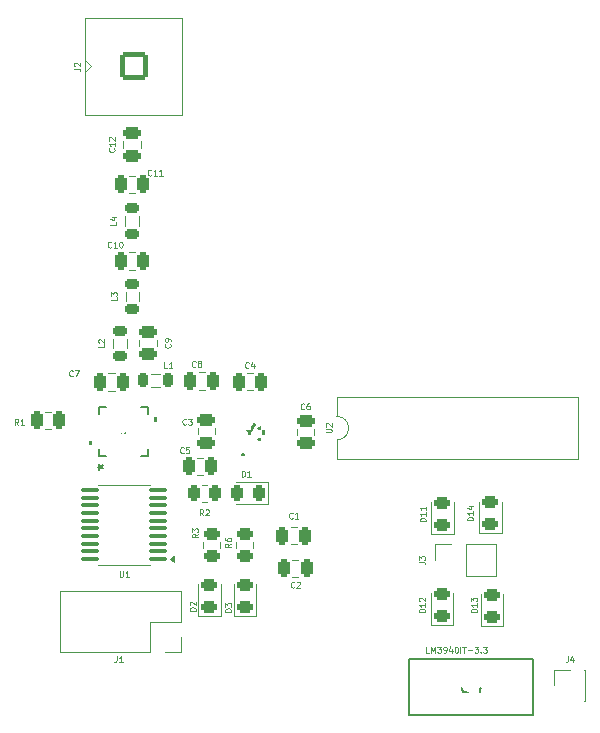
<source format=gbr>
%TF.GenerationSoftware,KiCad,Pcbnew,8.0.4*%
%TF.CreationDate,2024-10-15T15:40:35-05:00*%
%TF.ProjectId,verification_unit,76657269-6669-4636-9174-696f6e5f756e,rev?*%
%TF.SameCoordinates,Original*%
%TF.FileFunction,Legend,Top*%
%TF.FilePolarity,Positive*%
%FSLAX46Y46*%
G04 Gerber Fmt 4.6, Leading zero omitted, Abs format (unit mm)*
G04 Created by KiCad (PCBNEW 8.0.4) date 2024-10-15 15:40:35*
%MOMM*%
%LPD*%
G01*
G04 APERTURE LIST*
G04 Aperture macros list*
%AMRoundRect*
0 Rectangle with rounded corners*
0 $1 Rounding radius*
0 $2 $3 $4 $5 $6 $7 $8 $9 X,Y pos of 4 corners*
0 Add a 4 corners polygon primitive as box body*
4,1,4,$2,$3,$4,$5,$6,$7,$8,$9,$2,$3,0*
0 Add four circle primitives for the rounded corners*
1,1,$1+$1,$2,$3*
1,1,$1+$1,$4,$5*
1,1,$1+$1,$6,$7*
1,1,$1+$1,$8,$9*
0 Add four rect primitives between the rounded corners*
20,1,$1+$1,$2,$3,$4,$5,0*
20,1,$1+$1,$4,$5,$6,$7,0*
20,1,$1+$1,$6,$7,$8,$9,0*
20,1,$1+$1,$8,$9,$2,$3,0*%
G04 Aperture macros list end*
%ADD10C,0.254000*%
%ADD11C,0.125000*%
%ADD12C,0.150000*%
%ADD13C,0.200000*%
%ADD14C,0.120000*%
%ADD15C,0.152400*%
%ADD16C,0.000000*%
%ADD17R,1.400000X1.200000*%
%ADD18RoundRect,0.243750X0.456250X-0.243750X0.456250X0.243750X-0.456250X0.243750X-0.456250X-0.243750X0*%
%ADD19RoundRect,0.250000X0.475000X-0.250000X0.475000X0.250000X-0.475000X0.250000X-0.475000X-0.250000X0*%
%ADD20R,1.700000X1.700000*%
%ADD21O,1.700000X1.700000*%
%ADD22RoundRect,0.100000X0.637500X0.100000X-0.637500X0.100000X-0.637500X-0.100000X0.637500X-0.100000X0*%
%ADD23R,0.304800X0.952500*%
%ADD24R,0.952500X0.304800*%
%ADD25C,0.508000*%
%ADD26RoundRect,0.250000X-0.250000X-0.475000X0.250000X-0.475000X0.250000X0.475000X-0.250000X0.475000X0*%
%ADD27R,1.600000X1.600000*%
%ADD28O,1.600000X1.600000*%
%ADD29RoundRect,0.250000X0.250000X0.475000X-0.250000X0.475000X-0.250000X-0.475000X0.250000X-0.475000X0*%
%ADD30RoundRect,0.250000X0.262500X0.450000X-0.262500X0.450000X-0.262500X-0.450000X0.262500X-0.450000X0*%
%ADD31R,1.879600X1.879600*%
%ADD32C,1.879600*%
%ADD33RoundRect,0.200100X-0.949900X-0.949900X0.949900X-0.949900X0.949900X0.949900X-0.949900X0.949900X0*%
%ADD34C,2.500000*%
%ADD35RoundRect,0.250000X-0.475000X0.250000X-0.475000X-0.250000X0.475000X-0.250000X0.475000X0.250000X0*%
%ADD36RoundRect,0.218750X0.381250X-0.218750X0.381250X0.218750X-0.381250X0.218750X-0.381250X-0.218750X0*%
%ADD37RoundRect,0.250000X0.450000X-0.262500X0.450000X0.262500X-0.450000X0.262500X-0.450000X-0.262500X0*%
%ADD38RoundRect,0.218750X0.218750X0.381250X-0.218750X0.381250X-0.218750X-0.381250X0.218750X-0.381250X0*%
%ADD39RoundRect,0.243750X0.243750X0.456250X-0.243750X0.456250X-0.243750X-0.456250X0.243750X-0.456250X0*%
G04 APERTURE END LIST*
D10*
X137133889Y-98730907D02*
X137133889Y-99335669D01*
X136710556Y-98065669D02*
X137133889Y-98730907D01*
X137133889Y-98730907D02*
X137557223Y-98065669D01*
X138645794Y-99335669D02*
X137920079Y-99335669D01*
X138282936Y-99335669D02*
X138282936Y-98065669D01*
X138282936Y-98065669D02*
X138161984Y-98247097D01*
X138161984Y-98247097D02*
X138041032Y-98368050D01*
X138041032Y-98368050D02*
X137920079Y-98428526D01*
D11*
X152093460Y-106303493D02*
X151593460Y-106303493D01*
X151593460Y-106303493D02*
X151593460Y-106184445D01*
X151593460Y-106184445D02*
X151617270Y-106113017D01*
X151617270Y-106113017D02*
X151664889Y-106065398D01*
X151664889Y-106065398D02*
X151712508Y-106041588D01*
X151712508Y-106041588D02*
X151807746Y-106017779D01*
X151807746Y-106017779D02*
X151879174Y-106017779D01*
X151879174Y-106017779D02*
X151974412Y-106041588D01*
X151974412Y-106041588D02*
X152022031Y-106065398D01*
X152022031Y-106065398D02*
X152069651Y-106113017D01*
X152069651Y-106113017D02*
X152093460Y-106184445D01*
X152093460Y-106184445D02*
X152093460Y-106303493D01*
X152093460Y-105541588D02*
X152093460Y-105827302D01*
X152093460Y-105684445D02*
X151593460Y-105684445D01*
X151593460Y-105684445D02*
X151664889Y-105732064D01*
X151664889Y-105732064D02*
X151712508Y-105779683D01*
X151712508Y-105779683D02*
X151736317Y-105827302D01*
X152093460Y-105065398D02*
X152093460Y-105351112D01*
X152093460Y-105208255D02*
X151593460Y-105208255D01*
X151593460Y-105208255D02*
X151664889Y-105255874D01*
X151664889Y-105255874D02*
X151712508Y-105303493D01*
X151712508Y-105303493D02*
X151736317Y-105351112D01*
X125725841Y-74727779D02*
X125749651Y-74751588D01*
X125749651Y-74751588D02*
X125773460Y-74823017D01*
X125773460Y-74823017D02*
X125773460Y-74870636D01*
X125773460Y-74870636D02*
X125749651Y-74942064D01*
X125749651Y-74942064D02*
X125702031Y-74989683D01*
X125702031Y-74989683D02*
X125654412Y-75013493D01*
X125654412Y-75013493D02*
X125559174Y-75037302D01*
X125559174Y-75037302D02*
X125487746Y-75037302D01*
X125487746Y-75037302D02*
X125392508Y-75013493D01*
X125392508Y-75013493D02*
X125344889Y-74989683D01*
X125344889Y-74989683D02*
X125297270Y-74942064D01*
X125297270Y-74942064D02*
X125273460Y-74870636D01*
X125273460Y-74870636D02*
X125273460Y-74823017D01*
X125273460Y-74823017D02*
X125297270Y-74751588D01*
X125297270Y-74751588D02*
X125321079Y-74727779D01*
X125773460Y-74251588D02*
X125773460Y-74537302D01*
X125773460Y-74394445D02*
X125273460Y-74394445D01*
X125273460Y-74394445D02*
X125344889Y-74442064D01*
X125344889Y-74442064D02*
X125392508Y-74489683D01*
X125392508Y-74489683D02*
X125416317Y-74537302D01*
X125321079Y-74061112D02*
X125297270Y-74037303D01*
X125297270Y-74037303D02*
X125273460Y-73989684D01*
X125273460Y-73989684D02*
X125273460Y-73870636D01*
X125273460Y-73870636D02*
X125297270Y-73823017D01*
X125297270Y-73823017D02*
X125321079Y-73799208D01*
X125321079Y-73799208D02*
X125368698Y-73775398D01*
X125368698Y-73775398D02*
X125416317Y-73775398D01*
X125416317Y-73775398D02*
X125487746Y-73799208D01*
X125487746Y-73799208D02*
X125773460Y-74084922D01*
X125773460Y-74084922D02*
X125773460Y-73775398D01*
X156424809Y-114007142D02*
X155924809Y-114007142D01*
X155924809Y-114007142D02*
X155924809Y-113888094D01*
X155924809Y-113888094D02*
X155948619Y-113816666D01*
X155948619Y-113816666D02*
X155996238Y-113769047D01*
X155996238Y-113769047D02*
X156043857Y-113745237D01*
X156043857Y-113745237D02*
X156139095Y-113721428D01*
X156139095Y-113721428D02*
X156210523Y-113721428D01*
X156210523Y-113721428D02*
X156305761Y-113745237D01*
X156305761Y-113745237D02*
X156353380Y-113769047D01*
X156353380Y-113769047D02*
X156401000Y-113816666D01*
X156401000Y-113816666D02*
X156424809Y-113888094D01*
X156424809Y-113888094D02*
X156424809Y-114007142D01*
X156424809Y-113245237D02*
X156424809Y-113530951D01*
X156424809Y-113388094D02*
X155924809Y-113388094D01*
X155924809Y-113388094D02*
X155996238Y-113435713D01*
X155996238Y-113435713D02*
X156043857Y-113483332D01*
X156043857Y-113483332D02*
X156067666Y-113530951D01*
X155924809Y-113078571D02*
X155924809Y-112769047D01*
X155924809Y-112769047D02*
X156115285Y-112935714D01*
X156115285Y-112935714D02*
X156115285Y-112864285D01*
X156115285Y-112864285D02*
X156139095Y-112816666D01*
X156139095Y-112816666D02*
X156162904Y-112792857D01*
X156162904Y-112792857D02*
X156210523Y-112769047D01*
X156210523Y-112769047D02*
X156329571Y-112769047D01*
X156329571Y-112769047D02*
X156377190Y-112792857D01*
X156377190Y-112792857D02*
X156401000Y-112816666D01*
X156401000Y-112816666D02*
X156424809Y-112864285D01*
X156424809Y-112864285D02*
X156424809Y-113007142D01*
X156424809Y-113007142D02*
X156401000Y-113054761D01*
X156401000Y-113054761D02*
X156377190Y-113078571D01*
X151524809Y-109753017D02*
X151881952Y-109753017D01*
X151881952Y-109753017D02*
X151953380Y-109776826D01*
X151953380Y-109776826D02*
X152001000Y-109824445D01*
X152001000Y-109824445D02*
X152024809Y-109895874D01*
X152024809Y-109895874D02*
X152024809Y-109943493D01*
X151524809Y-109562541D02*
X151524809Y-109253017D01*
X151524809Y-109253017D02*
X151715285Y-109419684D01*
X151715285Y-109419684D02*
X151715285Y-109348255D01*
X151715285Y-109348255D02*
X151739095Y-109300636D01*
X151739095Y-109300636D02*
X151762904Y-109276827D01*
X151762904Y-109276827D02*
X151810523Y-109253017D01*
X151810523Y-109253017D02*
X151929571Y-109253017D01*
X151929571Y-109253017D02*
X151977190Y-109276827D01*
X151977190Y-109276827D02*
X152001000Y-109300636D01*
X152001000Y-109300636D02*
X152024809Y-109348255D01*
X152024809Y-109348255D02*
X152024809Y-109491112D01*
X152024809Y-109491112D02*
X152001000Y-109538731D01*
X152001000Y-109538731D02*
X151977190Y-109562541D01*
X126190198Y-110501160D02*
X126190198Y-110905922D01*
X126190198Y-110905922D02*
X126214008Y-110953541D01*
X126214008Y-110953541D02*
X126237817Y-110977351D01*
X126237817Y-110977351D02*
X126285436Y-111001160D01*
X126285436Y-111001160D02*
X126380674Y-111001160D01*
X126380674Y-111001160D02*
X126428293Y-110977351D01*
X126428293Y-110977351D02*
X126452103Y-110953541D01*
X126452103Y-110953541D02*
X126475912Y-110905922D01*
X126475912Y-110905922D02*
X126475912Y-110501160D01*
X126975913Y-111001160D02*
X126690199Y-111001160D01*
X126833056Y-111001160D02*
X126833056Y-110501160D01*
X126833056Y-110501160D02*
X126785437Y-110572589D01*
X126785437Y-110572589D02*
X126737818Y-110620208D01*
X126737818Y-110620208D02*
X126690199Y-110644017D01*
X125933333Y-117724809D02*
X125933333Y-118081952D01*
X125933333Y-118081952D02*
X125909524Y-118153380D01*
X125909524Y-118153380D02*
X125861905Y-118201000D01*
X125861905Y-118201000D02*
X125790476Y-118224809D01*
X125790476Y-118224809D02*
X125742857Y-118224809D01*
X126433333Y-118224809D02*
X126147619Y-118224809D01*
X126290476Y-118224809D02*
X126290476Y-117724809D01*
X126290476Y-117724809D02*
X126242857Y-117796238D01*
X126242857Y-117796238D02*
X126195238Y-117843857D01*
X126195238Y-117843857D02*
X126147619Y-117867666D01*
D12*
X125943469Y-99431905D02*
X126752992Y-99431905D01*
X126752992Y-99431905D02*
X126848230Y-99384286D01*
X126848230Y-99384286D02*
X126895850Y-99336667D01*
X126895850Y-99336667D02*
X126943469Y-99241429D01*
X126943469Y-99241429D02*
X126943469Y-99050953D01*
X126943469Y-99050953D02*
X126895850Y-98955715D01*
X126895850Y-98955715D02*
X126848230Y-98908096D01*
X126848230Y-98908096D02*
X126752992Y-98860477D01*
X126752992Y-98860477D02*
X125943469Y-98860477D01*
X125943469Y-98479524D02*
X125943469Y-97860477D01*
X125943469Y-97860477D02*
X126324421Y-98193810D01*
X126324421Y-98193810D02*
X126324421Y-98050953D01*
X126324421Y-98050953D02*
X126372040Y-97955715D01*
X126372040Y-97955715D02*
X126419659Y-97908096D01*
X126419659Y-97908096D02*
X126514897Y-97860477D01*
X126514897Y-97860477D02*
X126752992Y-97860477D01*
X126752992Y-97860477D02*
X126848230Y-97908096D01*
X126848230Y-97908096D02*
X126895850Y-97955715D01*
X126895850Y-97955715D02*
X126943469Y-98050953D01*
X126943469Y-98050953D02*
X126943469Y-98336667D01*
X126943469Y-98336667D02*
X126895850Y-98431905D01*
X126895850Y-98431905D02*
X126848230Y-98479524D01*
X124312469Y-101679900D02*
X124550564Y-101679900D01*
X124455326Y-101917995D02*
X124550564Y-101679900D01*
X124550564Y-101679900D02*
X124455326Y-101441805D01*
X124741040Y-101822757D02*
X124550564Y-101679900D01*
X124550564Y-101679900D02*
X124741040Y-101537043D01*
X124312469Y-101679900D02*
X124550564Y-101679900D01*
X124455326Y-101917995D02*
X124550564Y-101679900D01*
X124550564Y-101679900D02*
X124455326Y-101441805D01*
X124741040Y-101822757D02*
X124550564Y-101679900D01*
X124550564Y-101679900D02*
X124741040Y-101537043D01*
D11*
X137116666Y-93277190D02*
X137092857Y-93301000D01*
X137092857Y-93301000D02*
X137021428Y-93324809D01*
X137021428Y-93324809D02*
X136973809Y-93324809D01*
X136973809Y-93324809D02*
X136902381Y-93301000D01*
X136902381Y-93301000D02*
X136854762Y-93253380D01*
X136854762Y-93253380D02*
X136830952Y-93205761D01*
X136830952Y-93205761D02*
X136807143Y-93110523D01*
X136807143Y-93110523D02*
X136807143Y-93039095D01*
X136807143Y-93039095D02*
X136830952Y-92943857D01*
X136830952Y-92943857D02*
X136854762Y-92896238D01*
X136854762Y-92896238D02*
X136902381Y-92848619D01*
X136902381Y-92848619D02*
X136973809Y-92824809D01*
X136973809Y-92824809D02*
X137021428Y-92824809D01*
X137021428Y-92824809D02*
X137092857Y-92848619D01*
X137092857Y-92848619D02*
X137116666Y-92872428D01*
X137545238Y-92991476D02*
X137545238Y-93324809D01*
X137426190Y-92801000D02*
X137307143Y-93158142D01*
X137307143Y-93158142D02*
X137616666Y-93158142D01*
X143624809Y-98780952D02*
X144029571Y-98780952D01*
X144029571Y-98780952D02*
X144077190Y-98757142D01*
X144077190Y-98757142D02*
X144101000Y-98733333D01*
X144101000Y-98733333D02*
X144124809Y-98685714D01*
X144124809Y-98685714D02*
X144124809Y-98590476D01*
X144124809Y-98590476D02*
X144101000Y-98542857D01*
X144101000Y-98542857D02*
X144077190Y-98519047D01*
X144077190Y-98519047D02*
X144029571Y-98495238D01*
X144029571Y-98495238D02*
X143624809Y-98495238D01*
X143672428Y-98280951D02*
X143648619Y-98257142D01*
X143648619Y-98257142D02*
X143624809Y-98209523D01*
X143624809Y-98209523D02*
X143624809Y-98090475D01*
X143624809Y-98090475D02*
X143648619Y-98042856D01*
X143648619Y-98042856D02*
X143672428Y-98019047D01*
X143672428Y-98019047D02*
X143720047Y-97995237D01*
X143720047Y-97995237D02*
X143767666Y-97995237D01*
X143767666Y-97995237D02*
X143839095Y-98019047D01*
X143839095Y-98019047D02*
X144124809Y-98304761D01*
X144124809Y-98304761D02*
X144124809Y-97995237D01*
X132616666Y-93177190D02*
X132592857Y-93201000D01*
X132592857Y-93201000D02*
X132521428Y-93224809D01*
X132521428Y-93224809D02*
X132473809Y-93224809D01*
X132473809Y-93224809D02*
X132402381Y-93201000D01*
X132402381Y-93201000D02*
X132354762Y-93153380D01*
X132354762Y-93153380D02*
X132330952Y-93105761D01*
X132330952Y-93105761D02*
X132307143Y-93010523D01*
X132307143Y-93010523D02*
X132307143Y-92939095D01*
X132307143Y-92939095D02*
X132330952Y-92843857D01*
X132330952Y-92843857D02*
X132354762Y-92796238D01*
X132354762Y-92796238D02*
X132402381Y-92748619D01*
X132402381Y-92748619D02*
X132473809Y-92724809D01*
X132473809Y-92724809D02*
X132521428Y-92724809D01*
X132521428Y-92724809D02*
X132592857Y-92748619D01*
X132592857Y-92748619D02*
X132616666Y-92772428D01*
X132902381Y-92939095D02*
X132854762Y-92915285D01*
X132854762Y-92915285D02*
X132830952Y-92891476D01*
X132830952Y-92891476D02*
X132807143Y-92843857D01*
X132807143Y-92843857D02*
X132807143Y-92820047D01*
X132807143Y-92820047D02*
X132830952Y-92772428D01*
X132830952Y-92772428D02*
X132854762Y-92748619D01*
X132854762Y-92748619D02*
X132902381Y-92724809D01*
X132902381Y-92724809D02*
X132997619Y-92724809D01*
X132997619Y-92724809D02*
X133045238Y-92748619D01*
X133045238Y-92748619D02*
X133069047Y-92772428D01*
X133069047Y-92772428D02*
X133092857Y-92820047D01*
X133092857Y-92820047D02*
X133092857Y-92843857D01*
X133092857Y-92843857D02*
X133069047Y-92891476D01*
X133069047Y-92891476D02*
X133045238Y-92915285D01*
X133045238Y-92915285D02*
X132997619Y-92939095D01*
X132997619Y-92939095D02*
X132902381Y-92939095D01*
X132902381Y-92939095D02*
X132854762Y-92962904D01*
X132854762Y-92962904D02*
X132830952Y-92986714D01*
X132830952Y-92986714D02*
X132807143Y-93034333D01*
X132807143Y-93034333D02*
X132807143Y-93129571D01*
X132807143Y-93129571D02*
X132830952Y-93177190D01*
X132830952Y-93177190D02*
X132854762Y-93201000D01*
X132854762Y-93201000D02*
X132902381Y-93224809D01*
X132902381Y-93224809D02*
X132997619Y-93224809D01*
X132997619Y-93224809D02*
X133045238Y-93201000D01*
X133045238Y-93201000D02*
X133069047Y-93177190D01*
X133069047Y-93177190D02*
X133092857Y-93129571D01*
X133092857Y-93129571D02*
X133092857Y-93034333D01*
X133092857Y-93034333D02*
X133069047Y-92986714D01*
X133069047Y-92986714D02*
X133045238Y-92962904D01*
X133045238Y-92962904D02*
X132997619Y-92939095D01*
X117616666Y-98124809D02*
X117450000Y-97886714D01*
X117330952Y-98124809D02*
X117330952Y-97624809D01*
X117330952Y-97624809D02*
X117521428Y-97624809D01*
X117521428Y-97624809D02*
X117569047Y-97648619D01*
X117569047Y-97648619D02*
X117592857Y-97672428D01*
X117592857Y-97672428D02*
X117616666Y-97720047D01*
X117616666Y-97720047D02*
X117616666Y-97791476D01*
X117616666Y-97791476D02*
X117592857Y-97839095D01*
X117592857Y-97839095D02*
X117569047Y-97862904D01*
X117569047Y-97862904D02*
X117521428Y-97886714D01*
X117521428Y-97886714D02*
X117330952Y-97886714D01*
X118092857Y-98124809D02*
X117807143Y-98124809D01*
X117950000Y-98124809D02*
X117950000Y-97624809D01*
X117950000Y-97624809D02*
X117902381Y-97696238D01*
X117902381Y-97696238D02*
X117854762Y-97743857D01*
X117854762Y-97743857D02*
X117807143Y-97767666D01*
X125478571Y-83077190D02*
X125454762Y-83101000D01*
X125454762Y-83101000D02*
X125383333Y-83124809D01*
X125383333Y-83124809D02*
X125335714Y-83124809D01*
X125335714Y-83124809D02*
X125264286Y-83101000D01*
X125264286Y-83101000D02*
X125216667Y-83053380D01*
X125216667Y-83053380D02*
X125192857Y-83005761D01*
X125192857Y-83005761D02*
X125169048Y-82910523D01*
X125169048Y-82910523D02*
X125169048Y-82839095D01*
X125169048Y-82839095D02*
X125192857Y-82743857D01*
X125192857Y-82743857D02*
X125216667Y-82696238D01*
X125216667Y-82696238D02*
X125264286Y-82648619D01*
X125264286Y-82648619D02*
X125335714Y-82624809D01*
X125335714Y-82624809D02*
X125383333Y-82624809D01*
X125383333Y-82624809D02*
X125454762Y-82648619D01*
X125454762Y-82648619D02*
X125478571Y-82672428D01*
X125954762Y-83124809D02*
X125669048Y-83124809D01*
X125811905Y-83124809D02*
X125811905Y-82624809D01*
X125811905Y-82624809D02*
X125764286Y-82696238D01*
X125764286Y-82696238D02*
X125716667Y-82743857D01*
X125716667Y-82743857D02*
X125669048Y-82767666D01*
X126264285Y-82624809D02*
X126311904Y-82624809D01*
X126311904Y-82624809D02*
X126359523Y-82648619D01*
X126359523Y-82648619D02*
X126383333Y-82672428D01*
X126383333Y-82672428D02*
X126407142Y-82720047D01*
X126407142Y-82720047D02*
X126430952Y-82815285D01*
X126430952Y-82815285D02*
X126430952Y-82934333D01*
X126430952Y-82934333D02*
X126407142Y-83029571D01*
X126407142Y-83029571D02*
X126383333Y-83077190D01*
X126383333Y-83077190D02*
X126359523Y-83101000D01*
X126359523Y-83101000D02*
X126311904Y-83124809D01*
X126311904Y-83124809D02*
X126264285Y-83124809D01*
X126264285Y-83124809D02*
X126216666Y-83101000D01*
X126216666Y-83101000D02*
X126192857Y-83077190D01*
X126192857Y-83077190D02*
X126169047Y-83029571D01*
X126169047Y-83029571D02*
X126145238Y-82934333D01*
X126145238Y-82934333D02*
X126145238Y-82815285D01*
X126145238Y-82815285D02*
X126169047Y-82720047D01*
X126169047Y-82720047D02*
X126192857Y-82672428D01*
X126192857Y-82672428D02*
X126216666Y-82648619D01*
X126216666Y-82648619D02*
X126264285Y-82624809D01*
X122216666Y-93977190D02*
X122192857Y-94001000D01*
X122192857Y-94001000D02*
X122121428Y-94024809D01*
X122121428Y-94024809D02*
X122073809Y-94024809D01*
X122073809Y-94024809D02*
X122002381Y-94001000D01*
X122002381Y-94001000D02*
X121954762Y-93953380D01*
X121954762Y-93953380D02*
X121930952Y-93905761D01*
X121930952Y-93905761D02*
X121907143Y-93810523D01*
X121907143Y-93810523D02*
X121907143Y-93739095D01*
X121907143Y-93739095D02*
X121930952Y-93643857D01*
X121930952Y-93643857D02*
X121954762Y-93596238D01*
X121954762Y-93596238D02*
X122002381Y-93548619D01*
X122002381Y-93548619D02*
X122073809Y-93524809D01*
X122073809Y-93524809D02*
X122121428Y-93524809D01*
X122121428Y-93524809D02*
X122192857Y-93548619D01*
X122192857Y-93548619D02*
X122216666Y-93572428D01*
X122383333Y-93524809D02*
X122716666Y-93524809D01*
X122716666Y-93524809D02*
X122502381Y-94024809D01*
X133277817Y-105796160D02*
X133111151Y-105558065D01*
X132992103Y-105796160D02*
X132992103Y-105296160D01*
X132992103Y-105296160D02*
X133182579Y-105296160D01*
X133182579Y-105296160D02*
X133230198Y-105319970D01*
X133230198Y-105319970D02*
X133254008Y-105343779D01*
X133254008Y-105343779D02*
X133277817Y-105391398D01*
X133277817Y-105391398D02*
X133277817Y-105462827D01*
X133277817Y-105462827D02*
X133254008Y-105510446D01*
X133254008Y-105510446D02*
X133230198Y-105534255D01*
X133230198Y-105534255D02*
X133182579Y-105558065D01*
X133182579Y-105558065D02*
X132992103Y-105558065D01*
X133468294Y-105343779D02*
X133492103Y-105319970D01*
X133492103Y-105319970D02*
X133539722Y-105296160D01*
X133539722Y-105296160D02*
X133658770Y-105296160D01*
X133658770Y-105296160D02*
X133706389Y-105319970D01*
X133706389Y-105319970D02*
X133730198Y-105343779D01*
X133730198Y-105343779D02*
X133754008Y-105391398D01*
X133754008Y-105391398D02*
X133754008Y-105439017D01*
X133754008Y-105439017D02*
X133730198Y-105510446D01*
X133730198Y-105510446D02*
X133444484Y-105796160D01*
X133444484Y-105796160D02*
X133754008Y-105796160D01*
X140985317Y-111877190D02*
X140961508Y-111901000D01*
X140961508Y-111901000D02*
X140890079Y-111924809D01*
X140890079Y-111924809D02*
X140842460Y-111924809D01*
X140842460Y-111924809D02*
X140771032Y-111901000D01*
X140771032Y-111901000D02*
X140723413Y-111853380D01*
X140723413Y-111853380D02*
X140699603Y-111805761D01*
X140699603Y-111805761D02*
X140675794Y-111710523D01*
X140675794Y-111710523D02*
X140675794Y-111639095D01*
X140675794Y-111639095D02*
X140699603Y-111543857D01*
X140699603Y-111543857D02*
X140723413Y-111496238D01*
X140723413Y-111496238D02*
X140771032Y-111448619D01*
X140771032Y-111448619D02*
X140842460Y-111424809D01*
X140842460Y-111424809D02*
X140890079Y-111424809D01*
X140890079Y-111424809D02*
X140961508Y-111448619D01*
X140961508Y-111448619D02*
X140985317Y-111472428D01*
X141175794Y-111472428D02*
X141199603Y-111448619D01*
X141199603Y-111448619D02*
X141247222Y-111424809D01*
X141247222Y-111424809D02*
X141366270Y-111424809D01*
X141366270Y-111424809D02*
X141413889Y-111448619D01*
X141413889Y-111448619D02*
X141437698Y-111472428D01*
X141437698Y-111472428D02*
X141461508Y-111520047D01*
X141461508Y-111520047D02*
X141461508Y-111567666D01*
X141461508Y-111567666D02*
X141437698Y-111639095D01*
X141437698Y-111639095D02*
X141151984Y-111924809D01*
X141151984Y-111924809D02*
X141461508Y-111924809D01*
D12*
X155186746Y-119776170D02*
X155186746Y-120585693D01*
X155186746Y-120585693D02*
X155234365Y-120680931D01*
X155234365Y-120680931D02*
X155281984Y-120728551D01*
X155281984Y-120728551D02*
X155377222Y-120776170D01*
X155377222Y-120776170D02*
X155567698Y-120776170D01*
X155567698Y-120776170D02*
X155662936Y-120728551D01*
X155662936Y-120728551D02*
X155710555Y-120680931D01*
X155710555Y-120680931D02*
X155758174Y-120585693D01*
X155758174Y-120585693D02*
X155758174Y-119776170D01*
X156662936Y-120109503D02*
X156662936Y-120776170D01*
X156424841Y-119728551D02*
X156186746Y-120442836D01*
X156186746Y-120442836D02*
X156805793Y-120442836D01*
D11*
X152402382Y-117424809D02*
X152164287Y-117424809D01*
X152164287Y-117424809D02*
X152164287Y-116924809D01*
X152569049Y-117424809D02*
X152569049Y-116924809D01*
X152569049Y-116924809D02*
X152735716Y-117281952D01*
X152735716Y-117281952D02*
X152902382Y-116924809D01*
X152902382Y-116924809D02*
X152902382Y-117424809D01*
X153092859Y-116924809D02*
X153402383Y-116924809D01*
X153402383Y-116924809D02*
X153235716Y-117115285D01*
X153235716Y-117115285D02*
X153307145Y-117115285D01*
X153307145Y-117115285D02*
X153354764Y-117139095D01*
X153354764Y-117139095D02*
X153378573Y-117162904D01*
X153378573Y-117162904D02*
X153402383Y-117210523D01*
X153402383Y-117210523D02*
X153402383Y-117329571D01*
X153402383Y-117329571D02*
X153378573Y-117377190D01*
X153378573Y-117377190D02*
X153354764Y-117401000D01*
X153354764Y-117401000D02*
X153307145Y-117424809D01*
X153307145Y-117424809D02*
X153164288Y-117424809D01*
X153164288Y-117424809D02*
X153116669Y-117401000D01*
X153116669Y-117401000D02*
X153092859Y-117377190D01*
X153640478Y-117424809D02*
X153735716Y-117424809D01*
X153735716Y-117424809D02*
X153783335Y-117401000D01*
X153783335Y-117401000D02*
X153807144Y-117377190D01*
X153807144Y-117377190D02*
X153854763Y-117305761D01*
X153854763Y-117305761D02*
X153878573Y-117210523D01*
X153878573Y-117210523D02*
X153878573Y-117020047D01*
X153878573Y-117020047D02*
X153854763Y-116972428D01*
X153854763Y-116972428D02*
X153830954Y-116948619D01*
X153830954Y-116948619D02*
X153783335Y-116924809D01*
X153783335Y-116924809D02*
X153688097Y-116924809D01*
X153688097Y-116924809D02*
X153640478Y-116948619D01*
X153640478Y-116948619D02*
X153616668Y-116972428D01*
X153616668Y-116972428D02*
X153592859Y-117020047D01*
X153592859Y-117020047D02*
X153592859Y-117139095D01*
X153592859Y-117139095D02*
X153616668Y-117186714D01*
X153616668Y-117186714D02*
X153640478Y-117210523D01*
X153640478Y-117210523D02*
X153688097Y-117234333D01*
X153688097Y-117234333D02*
X153783335Y-117234333D01*
X153783335Y-117234333D02*
X153830954Y-117210523D01*
X153830954Y-117210523D02*
X153854763Y-117186714D01*
X153854763Y-117186714D02*
X153878573Y-117139095D01*
X154307144Y-117091476D02*
X154307144Y-117424809D01*
X154188096Y-116901000D02*
X154069049Y-117258142D01*
X154069049Y-117258142D02*
X154378572Y-117258142D01*
X154664286Y-116924809D02*
X154711905Y-116924809D01*
X154711905Y-116924809D02*
X154759524Y-116948619D01*
X154759524Y-116948619D02*
X154783334Y-116972428D01*
X154783334Y-116972428D02*
X154807143Y-117020047D01*
X154807143Y-117020047D02*
X154830953Y-117115285D01*
X154830953Y-117115285D02*
X154830953Y-117234333D01*
X154830953Y-117234333D02*
X154807143Y-117329571D01*
X154807143Y-117329571D02*
X154783334Y-117377190D01*
X154783334Y-117377190D02*
X154759524Y-117401000D01*
X154759524Y-117401000D02*
X154711905Y-117424809D01*
X154711905Y-117424809D02*
X154664286Y-117424809D01*
X154664286Y-117424809D02*
X154616667Y-117401000D01*
X154616667Y-117401000D02*
X154592858Y-117377190D01*
X154592858Y-117377190D02*
X154569048Y-117329571D01*
X154569048Y-117329571D02*
X154545239Y-117234333D01*
X154545239Y-117234333D02*
X154545239Y-117115285D01*
X154545239Y-117115285D02*
X154569048Y-117020047D01*
X154569048Y-117020047D02*
X154592858Y-116972428D01*
X154592858Y-116972428D02*
X154616667Y-116948619D01*
X154616667Y-116948619D02*
X154664286Y-116924809D01*
X155045238Y-117424809D02*
X155045238Y-116924809D01*
X155211905Y-116924809D02*
X155497619Y-116924809D01*
X155354762Y-117424809D02*
X155354762Y-116924809D01*
X155664285Y-117234333D02*
X156045238Y-117234333D01*
X156235714Y-116924809D02*
X156545238Y-116924809D01*
X156545238Y-116924809D02*
X156378571Y-117115285D01*
X156378571Y-117115285D02*
X156450000Y-117115285D01*
X156450000Y-117115285D02*
X156497619Y-117139095D01*
X156497619Y-117139095D02*
X156521428Y-117162904D01*
X156521428Y-117162904D02*
X156545238Y-117210523D01*
X156545238Y-117210523D02*
X156545238Y-117329571D01*
X156545238Y-117329571D02*
X156521428Y-117377190D01*
X156521428Y-117377190D02*
X156497619Y-117401000D01*
X156497619Y-117401000D02*
X156450000Y-117424809D01*
X156450000Y-117424809D02*
X156307143Y-117424809D01*
X156307143Y-117424809D02*
X156259524Y-117401000D01*
X156259524Y-117401000D02*
X156235714Y-117377190D01*
X156759523Y-117377190D02*
X156783333Y-117401000D01*
X156783333Y-117401000D02*
X156759523Y-117424809D01*
X156759523Y-117424809D02*
X156735714Y-117401000D01*
X156735714Y-117401000D02*
X156759523Y-117377190D01*
X156759523Y-117377190D02*
X156759523Y-117424809D01*
X156949999Y-116924809D02*
X157259523Y-116924809D01*
X157259523Y-116924809D02*
X157092856Y-117115285D01*
X157092856Y-117115285D02*
X157164285Y-117115285D01*
X157164285Y-117115285D02*
X157211904Y-117139095D01*
X157211904Y-117139095D02*
X157235713Y-117162904D01*
X157235713Y-117162904D02*
X157259523Y-117210523D01*
X157259523Y-117210523D02*
X157259523Y-117329571D01*
X157259523Y-117329571D02*
X157235713Y-117377190D01*
X157235713Y-117377190D02*
X157211904Y-117401000D01*
X157211904Y-117401000D02*
X157164285Y-117424809D01*
X157164285Y-117424809D02*
X157021428Y-117424809D01*
X157021428Y-117424809D02*
X156973809Y-117401000D01*
X156973809Y-117401000D02*
X156949999Y-117377190D01*
X122324809Y-67966666D02*
X122681952Y-67966666D01*
X122681952Y-67966666D02*
X122753380Y-67990475D01*
X122753380Y-67990475D02*
X122801000Y-68038094D01*
X122801000Y-68038094D02*
X122824809Y-68109523D01*
X122824809Y-68109523D02*
X122824809Y-68157142D01*
X122372428Y-67752380D02*
X122348619Y-67728571D01*
X122348619Y-67728571D02*
X122324809Y-67680952D01*
X122324809Y-67680952D02*
X122324809Y-67561904D01*
X122324809Y-67561904D02*
X122348619Y-67514285D01*
X122348619Y-67514285D02*
X122372428Y-67490476D01*
X122372428Y-67490476D02*
X122420047Y-67466666D01*
X122420047Y-67466666D02*
X122467666Y-67466666D01*
X122467666Y-67466666D02*
X122539095Y-67490476D01*
X122539095Y-67490476D02*
X122824809Y-67776190D01*
X122824809Y-67776190D02*
X122824809Y-67466666D01*
X131816666Y-98077190D02*
X131792857Y-98101000D01*
X131792857Y-98101000D02*
X131721428Y-98124809D01*
X131721428Y-98124809D02*
X131673809Y-98124809D01*
X131673809Y-98124809D02*
X131602381Y-98101000D01*
X131602381Y-98101000D02*
X131554762Y-98053380D01*
X131554762Y-98053380D02*
X131530952Y-98005761D01*
X131530952Y-98005761D02*
X131507143Y-97910523D01*
X131507143Y-97910523D02*
X131507143Y-97839095D01*
X131507143Y-97839095D02*
X131530952Y-97743857D01*
X131530952Y-97743857D02*
X131554762Y-97696238D01*
X131554762Y-97696238D02*
X131602381Y-97648619D01*
X131602381Y-97648619D02*
X131673809Y-97624809D01*
X131673809Y-97624809D02*
X131721428Y-97624809D01*
X131721428Y-97624809D02*
X131792857Y-97648619D01*
X131792857Y-97648619D02*
X131816666Y-97672428D01*
X131983333Y-97624809D02*
X132292857Y-97624809D01*
X132292857Y-97624809D02*
X132126190Y-97815285D01*
X132126190Y-97815285D02*
X132197619Y-97815285D01*
X132197619Y-97815285D02*
X132245238Y-97839095D01*
X132245238Y-97839095D02*
X132269047Y-97862904D01*
X132269047Y-97862904D02*
X132292857Y-97910523D01*
X132292857Y-97910523D02*
X132292857Y-98029571D01*
X132292857Y-98029571D02*
X132269047Y-98077190D01*
X132269047Y-98077190D02*
X132245238Y-98101000D01*
X132245238Y-98101000D02*
X132197619Y-98124809D01*
X132197619Y-98124809D02*
X132054762Y-98124809D01*
X132054762Y-98124809D02*
X132007143Y-98101000D01*
X132007143Y-98101000D02*
X131983333Y-98077190D01*
X132624809Y-113869047D02*
X132124809Y-113869047D01*
X132124809Y-113869047D02*
X132124809Y-113749999D01*
X132124809Y-113749999D02*
X132148619Y-113678571D01*
X132148619Y-113678571D02*
X132196238Y-113630952D01*
X132196238Y-113630952D02*
X132243857Y-113607142D01*
X132243857Y-113607142D02*
X132339095Y-113583333D01*
X132339095Y-113583333D02*
X132410523Y-113583333D01*
X132410523Y-113583333D02*
X132505761Y-113607142D01*
X132505761Y-113607142D02*
X132553380Y-113630952D01*
X132553380Y-113630952D02*
X132601000Y-113678571D01*
X132601000Y-113678571D02*
X132624809Y-113749999D01*
X132624809Y-113749999D02*
X132624809Y-113869047D01*
X132172428Y-113392856D02*
X132148619Y-113369047D01*
X132148619Y-113369047D02*
X132124809Y-113321428D01*
X132124809Y-113321428D02*
X132124809Y-113202380D01*
X132124809Y-113202380D02*
X132148619Y-113154761D01*
X132148619Y-113154761D02*
X132172428Y-113130952D01*
X132172428Y-113130952D02*
X132220047Y-113107142D01*
X132220047Y-113107142D02*
X132267666Y-113107142D01*
X132267666Y-113107142D02*
X132339095Y-113130952D01*
X132339095Y-113130952D02*
X132624809Y-113416666D01*
X132624809Y-113416666D02*
X132624809Y-113107142D01*
X125903460Y-80959684D02*
X125903460Y-81197779D01*
X125903460Y-81197779D02*
X125403460Y-81197779D01*
X125570127Y-80578731D02*
X125903460Y-80578731D01*
X125379651Y-80697779D02*
X125736793Y-80816826D01*
X125736793Y-80816826D02*
X125736793Y-80507303D01*
X128878571Y-76977190D02*
X128854762Y-77001000D01*
X128854762Y-77001000D02*
X128783333Y-77024809D01*
X128783333Y-77024809D02*
X128735714Y-77024809D01*
X128735714Y-77024809D02*
X128664286Y-77001000D01*
X128664286Y-77001000D02*
X128616667Y-76953380D01*
X128616667Y-76953380D02*
X128592857Y-76905761D01*
X128592857Y-76905761D02*
X128569048Y-76810523D01*
X128569048Y-76810523D02*
X128569048Y-76739095D01*
X128569048Y-76739095D02*
X128592857Y-76643857D01*
X128592857Y-76643857D02*
X128616667Y-76596238D01*
X128616667Y-76596238D02*
X128664286Y-76548619D01*
X128664286Y-76548619D02*
X128735714Y-76524809D01*
X128735714Y-76524809D02*
X128783333Y-76524809D01*
X128783333Y-76524809D02*
X128854762Y-76548619D01*
X128854762Y-76548619D02*
X128878571Y-76572428D01*
X129354762Y-77024809D02*
X129069048Y-77024809D01*
X129211905Y-77024809D02*
X129211905Y-76524809D01*
X129211905Y-76524809D02*
X129164286Y-76596238D01*
X129164286Y-76596238D02*
X129116667Y-76643857D01*
X129116667Y-76643857D02*
X129069048Y-76667666D01*
X129830952Y-77024809D02*
X129545238Y-77024809D01*
X129688095Y-77024809D02*
X129688095Y-76524809D01*
X129688095Y-76524809D02*
X129640476Y-76596238D01*
X129640476Y-76596238D02*
X129592857Y-76643857D01*
X129592857Y-76643857D02*
X129545238Y-76667666D01*
X131616666Y-100477190D02*
X131592857Y-100501000D01*
X131592857Y-100501000D02*
X131521428Y-100524809D01*
X131521428Y-100524809D02*
X131473809Y-100524809D01*
X131473809Y-100524809D02*
X131402381Y-100501000D01*
X131402381Y-100501000D02*
X131354762Y-100453380D01*
X131354762Y-100453380D02*
X131330952Y-100405761D01*
X131330952Y-100405761D02*
X131307143Y-100310523D01*
X131307143Y-100310523D02*
X131307143Y-100239095D01*
X131307143Y-100239095D02*
X131330952Y-100143857D01*
X131330952Y-100143857D02*
X131354762Y-100096238D01*
X131354762Y-100096238D02*
X131402381Y-100048619D01*
X131402381Y-100048619D02*
X131473809Y-100024809D01*
X131473809Y-100024809D02*
X131521428Y-100024809D01*
X131521428Y-100024809D02*
X131592857Y-100048619D01*
X131592857Y-100048619D02*
X131616666Y-100072428D01*
X132069047Y-100024809D02*
X131830952Y-100024809D01*
X131830952Y-100024809D02*
X131807143Y-100262904D01*
X131807143Y-100262904D02*
X131830952Y-100239095D01*
X131830952Y-100239095D02*
X131878571Y-100215285D01*
X131878571Y-100215285D02*
X131997619Y-100215285D01*
X131997619Y-100215285D02*
X132045238Y-100239095D01*
X132045238Y-100239095D02*
X132069047Y-100262904D01*
X132069047Y-100262904D02*
X132092857Y-100310523D01*
X132092857Y-100310523D02*
X132092857Y-100429571D01*
X132092857Y-100429571D02*
X132069047Y-100477190D01*
X132069047Y-100477190D02*
X132045238Y-100501000D01*
X132045238Y-100501000D02*
X131997619Y-100524809D01*
X131997619Y-100524809D02*
X131878571Y-100524809D01*
X131878571Y-100524809D02*
X131830952Y-100501000D01*
X131830952Y-100501000D02*
X131807143Y-100477190D01*
X124883460Y-91319684D02*
X124883460Y-91557779D01*
X124883460Y-91557779D02*
X124383460Y-91557779D01*
X124431079Y-91176826D02*
X124407270Y-91153017D01*
X124407270Y-91153017D02*
X124383460Y-91105398D01*
X124383460Y-91105398D02*
X124383460Y-90986350D01*
X124383460Y-90986350D02*
X124407270Y-90938731D01*
X124407270Y-90938731D02*
X124431079Y-90914922D01*
X124431079Y-90914922D02*
X124478698Y-90891112D01*
X124478698Y-90891112D02*
X124526317Y-90891112D01*
X124526317Y-90891112D02*
X124597746Y-90914922D01*
X124597746Y-90914922D02*
X124883460Y-91200636D01*
X124883460Y-91200636D02*
X124883460Y-90891112D01*
X125943460Y-87339684D02*
X125943460Y-87577779D01*
X125943460Y-87577779D02*
X125443460Y-87577779D01*
X125443460Y-87220636D02*
X125443460Y-86911112D01*
X125443460Y-86911112D02*
X125633936Y-87077779D01*
X125633936Y-87077779D02*
X125633936Y-87006350D01*
X125633936Y-87006350D02*
X125657746Y-86958731D01*
X125657746Y-86958731D02*
X125681555Y-86934922D01*
X125681555Y-86934922D02*
X125729174Y-86911112D01*
X125729174Y-86911112D02*
X125848222Y-86911112D01*
X125848222Y-86911112D02*
X125895841Y-86934922D01*
X125895841Y-86934922D02*
X125919651Y-86958731D01*
X125919651Y-86958731D02*
X125943460Y-87006350D01*
X125943460Y-87006350D02*
X125943460Y-87149207D01*
X125943460Y-87149207D02*
X125919651Y-87196826D01*
X125919651Y-87196826D02*
X125895841Y-87220636D01*
X156133460Y-106233493D02*
X155633460Y-106233493D01*
X155633460Y-106233493D02*
X155633460Y-106114445D01*
X155633460Y-106114445D02*
X155657270Y-106043017D01*
X155657270Y-106043017D02*
X155704889Y-105995398D01*
X155704889Y-105995398D02*
X155752508Y-105971588D01*
X155752508Y-105971588D02*
X155847746Y-105947779D01*
X155847746Y-105947779D02*
X155919174Y-105947779D01*
X155919174Y-105947779D02*
X156014412Y-105971588D01*
X156014412Y-105971588D02*
X156062031Y-105995398D01*
X156062031Y-105995398D02*
X156109651Y-106043017D01*
X156109651Y-106043017D02*
X156133460Y-106114445D01*
X156133460Y-106114445D02*
X156133460Y-106233493D01*
X156133460Y-105471588D02*
X156133460Y-105757302D01*
X156133460Y-105614445D02*
X155633460Y-105614445D01*
X155633460Y-105614445D02*
X155704889Y-105662064D01*
X155704889Y-105662064D02*
X155752508Y-105709683D01*
X155752508Y-105709683D02*
X155776317Y-105757302D01*
X155800127Y-105043017D02*
X156133460Y-105043017D01*
X155609651Y-105162065D02*
X155966793Y-105281112D01*
X155966793Y-105281112D02*
X155966793Y-104971589D01*
X141816666Y-96777190D02*
X141792857Y-96801000D01*
X141792857Y-96801000D02*
X141721428Y-96824809D01*
X141721428Y-96824809D02*
X141673809Y-96824809D01*
X141673809Y-96824809D02*
X141602381Y-96801000D01*
X141602381Y-96801000D02*
X141554762Y-96753380D01*
X141554762Y-96753380D02*
X141530952Y-96705761D01*
X141530952Y-96705761D02*
X141507143Y-96610523D01*
X141507143Y-96610523D02*
X141507143Y-96539095D01*
X141507143Y-96539095D02*
X141530952Y-96443857D01*
X141530952Y-96443857D02*
X141554762Y-96396238D01*
X141554762Y-96396238D02*
X141602381Y-96348619D01*
X141602381Y-96348619D02*
X141673809Y-96324809D01*
X141673809Y-96324809D02*
X141721428Y-96324809D01*
X141721428Y-96324809D02*
X141792857Y-96348619D01*
X141792857Y-96348619D02*
X141816666Y-96372428D01*
X142245238Y-96324809D02*
X142150000Y-96324809D01*
X142150000Y-96324809D02*
X142102381Y-96348619D01*
X142102381Y-96348619D02*
X142078571Y-96372428D01*
X142078571Y-96372428D02*
X142030952Y-96443857D01*
X142030952Y-96443857D02*
X142007143Y-96539095D01*
X142007143Y-96539095D02*
X142007143Y-96729571D01*
X142007143Y-96729571D02*
X142030952Y-96777190D01*
X142030952Y-96777190D02*
X142054762Y-96801000D01*
X142054762Y-96801000D02*
X142102381Y-96824809D01*
X142102381Y-96824809D02*
X142197619Y-96824809D01*
X142197619Y-96824809D02*
X142245238Y-96801000D01*
X142245238Y-96801000D02*
X142269047Y-96777190D01*
X142269047Y-96777190D02*
X142292857Y-96729571D01*
X142292857Y-96729571D02*
X142292857Y-96610523D01*
X142292857Y-96610523D02*
X142269047Y-96562904D01*
X142269047Y-96562904D02*
X142245238Y-96539095D01*
X142245238Y-96539095D02*
X142197619Y-96515285D01*
X142197619Y-96515285D02*
X142102381Y-96515285D01*
X142102381Y-96515285D02*
X142054762Y-96539095D01*
X142054762Y-96539095D02*
X142030952Y-96562904D01*
X142030952Y-96562904D02*
X142007143Y-96610523D01*
X132824809Y-107383333D02*
X132586714Y-107549999D01*
X132824809Y-107669047D02*
X132324809Y-107669047D01*
X132324809Y-107669047D02*
X132324809Y-107478571D01*
X132324809Y-107478571D02*
X132348619Y-107430952D01*
X132348619Y-107430952D02*
X132372428Y-107407142D01*
X132372428Y-107407142D02*
X132420047Y-107383333D01*
X132420047Y-107383333D02*
X132491476Y-107383333D01*
X132491476Y-107383333D02*
X132539095Y-107407142D01*
X132539095Y-107407142D02*
X132562904Y-107430952D01*
X132562904Y-107430952D02*
X132586714Y-107478571D01*
X132586714Y-107478571D02*
X132586714Y-107669047D01*
X132324809Y-107216666D02*
X132324809Y-106907142D01*
X132324809Y-106907142D02*
X132515285Y-107073809D01*
X132515285Y-107073809D02*
X132515285Y-107002380D01*
X132515285Y-107002380D02*
X132539095Y-106954761D01*
X132539095Y-106954761D02*
X132562904Y-106930952D01*
X132562904Y-106930952D02*
X132610523Y-106907142D01*
X132610523Y-106907142D02*
X132729571Y-106907142D01*
X132729571Y-106907142D02*
X132777190Y-106930952D01*
X132777190Y-106930952D02*
X132801000Y-106954761D01*
X132801000Y-106954761D02*
X132824809Y-107002380D01*
X132824809Y-107002380D02*
X132824809Y-107145237D01*
X132824809Y-107145237D02*
X132801000Y-107192856D01*
X132801000Y-107192856D02*
X132777190Y-107216666D01*
X135624809Y-108183333D02*
X135386714Y-108349999D01*
X135624809Y-108469047D02*
X135124809Y-108469047D01*
X135124809Y-108469047D02*
X135124809Y-108278571D01*
X135124809Y-108278571D02*
X135148619Y-108230952D01*
X135148619Y-108230952D02*
X135172428Y-108207142D01*
X135172428Y-108207142D02*
X135220047Y-108183333D01*
X135220047Y-108183333D02*
X135291476Y-108183333D01*
X135291476Y-108183333D02*
X135339095Y-108207142D01*
X135339095Y-108207142D02*
X135362904Y-108230952D01*
X135362904Y-108230952D02*
X135386714Y-108278571D01*
X135386714Y-108278571D02*
X135386714Y-108469047D01*
X135124809Y-107754761D02*
X135124809Y-107849999D01*
X135124809Y-107849999D02*
X135148619Y-107897618D01*
X135148619Y-107897618D02*
X135172428Y-107921428D01*
X135172428Y-107921428D02*
X135243857Y-107969047D01*
X135243857Y-107969047D02*
X135339095Y-107992856D01*
X135339095Y-107992856D02*
X135529571Y-107992856D01*
X135529571Y-107992856D02*
X135577190Y-107969047D01*
X135577190Y-107969047D02*
X135601000Y-107945237D01*
X135601000Y-107945237D02*
X135624809Y-107897618D01*
X135624809Y-107897618D02*
X135624809Y-107802380D01*
X135624809Y-107802380D02*
X135601000Y-107754761D01*
X135601000Y-107754761D02*
X135577190Y-107730952D01*
X135577190Y-107730952D02*
X135529571Y-107707142D01*
X135529571Y-107707142D02*
X135410523Y-107707142D01*
X135410523Y-107707142D02*
X135362904Y-107730952D01*
X135362904Y-107730952D02*
X135339095Y-107754761D01*
X135339095Y-107754761D02*
X135315285Y-107802380D01*
X135315285Y-107802380D02*
X135315285Y-107897618D01*
X135315285Y-107897618D02*
X135339095Y-107945237D01*
X135339095Y-107945237D02*
X135362904Y-107969047D01*
X135362904Y-107969047D02*
X135410523Y-107992856D01*
X130445841Y-91289684D02*
X130469651Y-91313493D01*
X130469651Y-91313493D02*
X130493460Y-91384922D01*
X130493460Y-91384922D02*
X130493460Y-91432541D01*
X130493460Y-91432541D02*
X130469651Y-91503969D01*
X130469651Y-91503969D02*
X130422031Y-91551588D01*
X130422031Y-91551588D02*
X130374412Y-91575398D01*
X130374412Y-91575398D02*
X130279174Y-91599207D01*
X130279174Y-91599207D02*
X130207746Y-91599207D01*
X130207746Y-91599207D02*
X130112508Y-91575398D01*
X130112508Y-91575398D02*
X130064889Y-91551588D01*
X130064889Y-91551588D02*
X130017270Y-91503969D01*
X130017270Y-91503969D02*
X129993460Y-91432541D01*
X129993460Y-91432541D02*
X129993460Y-91384922D01*
X129993460Y-91384922D02*
X130017270Y-91313493D01*
X130017270Y-91313493D02*
X130041079Y-91289684D01*
X130493460Y-91051588D02*
X130493460Y-90956350D01*
X130493460Y-90956350D02*
X130469651Y-90908731D01*
X130469651Y-90908731D02*
X130445841Y-90884922D01*
X130445841Y-90884922D02*
X130374412Y-90837303D01*
X130374412Y-90837303D02*
X130279174Y-90813493D01*
X130279174Y-90813493D02*
X130088698Y-90813493D01*
X130088698Y-90813493D02*
X130041079Y-90837303D01*
X130041079Y-90837303D02*
X130017270Y-90861112D01*
X130017270Y-90861112D02*
X129993460Y-90908731D01*
X129993460Y-90908731D02*
X129993460Y-91003969D01*
X129993460Y-91003969D02*
X130017270Y-91051588D01*
X130017270Y-91051588D02*
X130041079Y-91075398D01*
X130041079Y-91075398D02*
X130088698Y-91099207D01*
X130088698Y-91099207D02*
X130207746Y-91099207D01*
X130207746Y-91099207D02*
X130255365Y-91075398D01*
X130255365Y-91075398D02*
X130279174Y-91051588D01*
X130279174Y-91051588D02*
X130302984Y-91003969D01*
X130302984Y-91003969D02*
X130302984Y-90908731D01*
X130302984Y-90908731D02*
X130279174Y-90861112D01*
X130279174Y-90861112D02*
X130255365Y-90837303D01*
X130255365Y-90837303D02*
X130207746Y-90813493D01*
X135624809Y-113969047D02*
X135124809Y-113969047D01*
X135124809Y-113969047D02*
X135124809Y-113849999D01*
X135124809Y-113849999D02*
X135148619Y-113778571D01*
X135148619Y-113778571D02*
X135196238Y-113730952D01*
X135196238Y-113730952D02*
X135243857Y-113707142D01*
X135243857Y-113707142D02*
X135339095Y-113683333D01*
X135339095Y-113683333D02*
X135410523Y-113683333D01*
X135410523Y-113683333D02*
X135505761Y-113707142D01*
X135505761Y-113707142D02*
X135553380Y-113730952D01*
X135553380Y-113730952D02*
X135601000Y-113778571D01*
X135601000Y-113778571D02*
X135624809Y-113849999D01*
X135624809Y-113849999D02*
X135624809Y-113969047D01*
X135124809Y-113516666D02*
X135124809Y-113207142D01*
X135124809Y-113207142D02*
X135315285Y-113373809D01*
X135315285Y-113373809D02*
X135315285Y-113302380D01*
X135315285Y-113302380D02*
X135339095Y-113254761D01*
X135339095Y-113254761D02*
X135362904Y-113230952D01*
X135362904Y-113230952D02*
X135410523Y-113207142D01*
X135410523Y-113207142D02*
X135529571Y-113207142D01*
X135529571Y-113207142D02*
X135577190Y-113230952D01*
X135577190Y-113230952D02*
X135601000Y-113254761D01*
X135601000Y-113254761D02*
X135624809Y-113302380D01*
X135624809Y-113302380D02*
X135624809Y-113445237D01*
X135624809Y-113445237D02*
X135601000Y-113492856D01*
X135601000Y-113492856D02*
X135577190Y-113516666D01*
X130216666Y-93324809D02*
X129978571Y-93324809D01*
X129978571Y-93324809D02*
X129978571Y-92824809D01*
X130645238Y-93324809D02*
X130359524Y-93324809D01*
X130502381Y-93324809D02*
X130502381Y-92824809D01*
X130502381Y-92824809D02*
X130454762Y-92896238D01*
X130454762Y-92896238D02*
X130407143Y-92943857D01*
X130407143Y-92943857D02*
X130359524Y-92967666D01*
X136530952Y-102524809D02*
X136530952Y-102024809D01*
X136530952Y-102024809D02*
X136650000Y-102024809D01*
X136650000Y-102024809D02*
X136721428Y-102048619D01*
X136721428Y-102048619D02*
X136769047Y-102096238D01*
X136769047Y-102096238D02*
X136792857Y-102143857D01*
X136792857Y-102143857D02*
X136816666Y-102239095D01*
X136816666Y-102239095D02*
X136816666Y-102310523D01*
X136816666Y-102310523D02*
X136792857Y-102405761D01*
X136792857Y-102405761D02*
X136769047Y-102453380D01*
X136769047Y-102453380D02*
X136721428Y-102501000D01*
X136721428Y-102501000D02*
X136650000Y-102524809D01*
X136650000Y-102524809D02*
X136530952Y-102524809D01*
X137292857Y-102524809D02*
X137007143Y-102524809D01*
X137150000Y-102524809D02*
X137150000Y-102024809D01*
X137150000Y-102024809D02*
X137102381Y-102096238D01*
X137102381Y-102096238D02*
X137054762Y-102143857D01*
X137054762Y-102143857D02*
X137007143Y-102167666D01*
X140835317Y-106018541D02*
X140811508Y-106042351D01*
X140811508Y-106042351D02*
X140740079Y-106066160D01*
X140740079Y-106066160D02*
X140692460Y-106066160D01*
X140692460Y-106066160D02*
X140621032Y-106042351D01*
X140621032Y-106042351D02*
X140573413Y-105994731D01*
X140573413Y-105994731D02*
X140549603Y-105947112D01*
X140549603Y-105947112D02*
X140525794Y-105851874D01*
X140525794Y-105851874D02*
X140525794Y-105780446D01*
X140525794Y-105780446D02*
X140549603Y-105685208D01*
X140549603Y-105685208D02*
X140573413Y-105637589D01*
X140573413Y-105637589D02*
X140621032Y-105589970D01*
X140621032Y-105589970D02*
X140692460Y-105566160D01*
X140692460Y-105566160D02*
X140740079Y-105566160D01*
X140740079Y-105566160D02*
X140811508Y-105589970D01*
X140811508Y-105589970D02*
X140835317Y-105613779D01*
X141311508Y-106066160D02*
X141025794Y-106066160D01*
X141168651Y-106066160D02*
X141168651Y-105566160D01*
X141168651Y-105566160D02*
X141121032Y-105637589D01*
X141121032Y-105637589D02*
X141073413Y-105685208D01*
X141073413Y-105685208D02*
X141025794Y-105709017D01*
X164133333Y-117724809D02*
X164133333Y-118081952D01*
X164133333Y-118081952D02*
X164109524Y-118153380D01*
X164109524Y-118153380D02*
X164061905Y-118201000D01*
X164061905Y-118201000D02*
X163990476Y-118224809D01*
X163990476Y-118224809D02*
X163942857Y-118224809D01*
X164585714Y-117891476D02*
X164585714Y-118224809D01*
X164466666Y-117701000D02*
X164347619Y-118058142D01*
X164347619Y-118058142D02*
X164657142Y-118058142D01*
X152043460Y-114003493D02*
X151543460Y-114003493D01*
X151543460Y-114003493D02*
X151543460Y-113884445D01*
X151543460Y-113884445D02*
X151567270Y-113813017D01*
X151567270Y-113813017D02*
X151614889Y-113765398D01*
X151614889Y-113765398D02*
X151662508Y-113741588D01*
X151662508Y-113741588D02*
X151757746Y-113717779D01*
X151757746Y-113717779D02*
X151829174Y-113717779D01*
X151829174Y-113717779D02*
X151924412Y-113741588D01*
X151924412Y-113741588D02*
X151972031Y-113765398D01*
X151972031Y-113765398D02*
X152019651Y-113813017D01*
X152019651Y-113813017D02*
X152043460Y-113884445D01*
X152043460Y-113884445D02*
X152043460Y-114003493D01*
X152043460Y-113241588D02*
X152043460Y-113527302D01*
X152043460Y-113384445D02*
X151543460Y-113384445D01*
X151543460Y-113384445D02*
X151614889Y-113432064D01*
X151614889Y-113432064D02*
X151662508Y-113479683D01*
X151662508Y-113479683D02*
X151686317Y-113527302D01*
X151591079Y-113051112D02*
X151567270Y-113027303D01*
X151567270Y-113027303D02*
X151543460Y-112979684D01*
X151543460Y-112979684D02*
X151543460Y-112860636D01*
X151543460Y-112860636D02*
X151567270Y-112813017D01*
X151567270Y-112813017D02*
X151591079Y-112789208D01*
X151591079Y-112789208D02*
X151638698Y-112765398D01*
X151638698Y-112765398D02*
X151686317Y-112765398D01*
X151686317Y-112765398D02*
X151757746Y-112789208D01*
X151757746Y-112789208D02*
X152043460Y-113074922D01*
X152043460Y-113074922D02*
X152043460Y-112765398D01*
D13*
%TO.C,Y1*%
X136538651Y-100661351D02*
X136538651Y-100661351D01*
X136738651Y-100661351D02*
X136738651Y-100661351D01*
X136538651Y-100661351D02*
G75*
G02*
X136738651Y-100661351I100000J0D01*
G01*
X136738651Y-100661351D02*
G75*
G02*
X136538651Y-100661351I-100000J0D01*
G01*
D14*
%TO.C,D11*%
X152558651Y-104696351D02*
X152558651Y-107381351D01*
X152558651Y-107381351D02*
X154478651Y-107381351D01*
X154478651Y-107381351D02*
X154478651Y-104696351D01*
%TO.C,C12*%
X126493651Y-74667603D02*
X126493651Y-74145099D01*
X127963651Y-74667603D02*
X127963651Y-74145099D01*
%TO.C,D13*%
X156748651Y-112446351D02*
X156748651Y-115131351D01*
X156748651Y-115131351D02*
X158668651Y-115131351D01*
X158668651Y-115131351D02*
X158668651Y-112446351D01*
%TO.C,J3*%
X152888651Y-108256351D02*
X154218651Y-108256351D01*
X152888651Y-109586351D02*
X152888651Y-108256351D01*
X155488651Y-108256351D02*
X158088651Y-108256351D01*
X155488651Y-110916351D02*
X155488651Y-108256351D01*
X155488651Y-110916351D02*
X158088651Y-110916351D01*
X158088651Y-110916351D02*
X158088651Y-108256351D01*
%TO.C,U1*%
X126571151Y-103191351D02*
X124371151Y-103191351D01*
X126571151Y-103191351D02*
X128771151Y-103191351D01*
X126571151Y-109961351D02*
X124371151Y-109961351D01*
X126571151Y-109961351D02*
X128771151Y-109961351D01*
X130761151Y-109741351D02*
X130431151Y-109501351D01*
X130761151Y-109261351D01*
X130761151Y-109741351D01*
G36*
X130761151Y-109741351D02*
G01*
X130431151Y-109501351D01*
X130761151Y-109261351D01*
X130761151Y-109741351D01*
G37*
%TO.C,J1*%
X121108651Y-112191351D02*
X121108651Y-117391351D01*
X128788651Y-114791351D02*
X128788651Y-117391351D01*
X128788651Y-117391351D02*
X121108651Y-117391351D01*
X131388651Y-112191351D02*
X121108651Y-112191351D01*
X131388651Y-112191351D02*
X131388651Y-114791351D01*
X131388651Y-114791351D02*
X128788651Y-114791351D01*
X131388651Y-116061351D02*
X131388651Y-117391351D01*
X131388651Y-117391351D02*
X130058651Y-117391351D01*
D15*
%TO.C,U3*%
X124418550Y-96599901D02*
X124418550Y-97184860D01*
X124418550Y-100155142D02*
X124418550Y-100740101D01*
X124418550Y-100740101D02*
X125003509Y-100740101D01*
X125003509Y-96599901D02*
X124418550Y-96599901D01*
X127973791Y-100740101D02*
X128558750Y-100740101D01*
X128558750Y-96599901D02*
X127973791Y-96599901D01*
X128558750Y-97184860D02*
X128558750Y-96599901D01*
X128558750Y-100740101D02*
X128558750Y-100155142D01*
D16*
G36*
X123859750Y-99860502D02*
G01*
X123605750Y-99860502D01*
X123605750Y-99479502D01*
X123859750Y-99479502D01*
X123859750Y-99860502D01*
G37*
G36*
X129371550Y-97860500D02*
G01*
X129117550Y-97860500D01*
X129117550Y-97479500D01*
X129371550Y-97479500D01*
X129371550Y-97860500D01*
G37*
D14*
%TO.C,C4*%
X136977399Y-93736351D02*
X137499903Y-93736351D01*
X136977399Y-95206351D02*
X137499903Y-95206351D01*
%TO.C,U2*%
X144568651Y-95761351D02*
X144568651Y-97411351D01*
X144568651Y-99411351D02*
X144568651Y-101061351D01*
X144568651Y-101061351D02*
X165008651Y-101061351D01*
X165008651Y-95761351D02*
X144568651Y-95761351D01*
X165008651Y-101061351D02*
X165008651Y-95761351D01*
X144568651Y-97411351D02*
G75*
G02*
X144568651Y-99411351I0J-1000000D01*
G01*
%TO.C,C8*%
X133389903Y-93691351D02*
X132867399Y-93691351D01*
X133389903Y-95161351D02*
X132867399Y-95161351D01*
%TO.C,R1*%
X120359903Y-97026351D02*
X119837399Y-97026351D01*
X120359903Y-98496351D02*
X119837399Y-98496351D01*
%TO.C,C10*%
X126967399Y-83531351D02*
X127489903Y-83531351D01*
X126967399Y-85001351D02*
X127489903Y-85001351D01*
%TO.C,C7*%
X125759903Y-93761351D02*
X125237399Y-93761351D01*
X125759903Y-95231351D02*
X125237399Y-95231351D01*
%TO.C,R2*%
X133588215Y-103186351D02*
X133134087Y-103186351D01*
X133588215Y-104656351D02*
X133134087Y-104656351D01*
%TO.C,C2*%
X140807399Y-109536351D02*
X141329903Y-109536351D01*
X140807399Y-111006351D02*
X141329903Y-111006351D01*
D15*
%TO.C,U4*%
X150678151Y-117971851D02*
X150678151Y-122670851D01*
X150678151Y-122670851D02*
X161219151Y-122670851D01*
X161219151Y-117971851D02*
X150678151Y-117971851D01*
X161219151Y-122670851D02*
X161219151Y-117971851D01*
D14*
%TO.C,J2*%
X123268651Y-63676351D02*
X123268651Y-71876351D01*
X123268651Y-63676351D02*
X131468651Y-63676351D01*
X123268651Y-68276351D02*
X123768651Y-67776351D01*
X123268651Y-71876351D02*
X131468651Y-71876351D01*
X123768651Y-67776351D02*
X123268651Y-67276351D01*
X131468651Y-63676351D02*
X131468651Y-71876351D01*
%TO.C,C3*%
X132793651Y-98420099D02*
X132793651Y-98942603D01*
X134263651Y-98420099D02*
X134263651Y-98942603D01*
%TO.C,D2*%
X132808651Y-111623851D02*
X132808651Y-114308851D01*
X132808651Y-114308851D02*
X134728651Y-114308851D01*
X134728651Y-114308851D02*
X134728651Y-111623851D01*
%TO.C,L4*%
X126668651Y-81275973D02*
X126668651Y-80476729D01*
X127788651Y-81275973D02*
X127788651Y-80476729D01*
%TO.C,C11*%
X126967399Y-77031351D02*
X127489903Y-77031351D01*
X126967399Y-78501351D02*
X127489903Y-78501351D01*
%TO.C,C5*%
X132717399Y-100916351D02*
X133239903Y-100916351D01*
X132717399Y-102386351D02*
X133239903Y-102386351D01*
%TO.C,L2*%
X125648651Y-91635973D02*
X125648651Y-90836729D01*
X126768651Y-91635973D02*
X126768651Y-90836729D01*
%TO.C,L3*%
X126708651Y-87655973D02*
X126708651Y-86856729D01*
X127828651Y-87655973D02*
X127828651Y-86856729D01*
%TO.C,D14*%
X156598651Y-104626351D02*
X156598651Y-107311351D01*
X156598651Y-107311351D02*
X158518651Y-107311351D01*
X158518651Y-107311351D02*
X158518651Y-104626351D01*
%TO.C,C6*%
X141213651Y-98480099D02*
X141213651Y-99002603D01*
X142683651Y-98480099D02*
X142683651Y-99002603D01*
%TO.C,R3*%
X133233651Y-108520915D02*
X133233651Y-108066787D01*
X134703651Y-108520915D02*
X134703651Y-108066787D01*
%TO.C,R6*%
X136043651Y-108520915D02*
X136043651Y-108066787D01*
X137513651Y-108520915D02*
X137513651Y-108066787D01*
%TO.C,C9*%
X127853651Y-90945099D02*
X127853651Y-91467603D01*
X129323651Y-90945099D02*
X129323651Y-91467603D01*
%TO.C,D3*%
X135848651Y-111623851D02*
X135848651Y-114308851D01*
X135848651Y-114308851D02*
X137768651Y-114308851D01*
X137768651Y-114308851D02*
X137768651Y-111623851D01*
%TO.C,L1*%
X129638273Y-93806351D02*
X128839029Y-93806351D01*
X129638273Y-94926351D02*
X128839029Y-94926351D01*
%TO.C,D1*%
X136038651Y-104871351D02*
X138723651Y-104871351D01*
X138723651Y-102951351D02*
X136038651Y-102951351D01*
X138723651Y-104871351D02*
X138723651Y-102951351D01*
%TO.C,C1*%
X140657399Y-106786351D02*
X141179903Y-106786351D01*
X140657399Y-108256351D02*
X141179903Y-108256351D01*
%TO.C,J4*%
X162968651Y-118873351D02*
X164298651Y-118873351D01*
X162968651Y-120203351D02*
X162968651Y-118873351D01*
X165508651Y-118873351D02*
X165628651Y-118873351D01*
X165508651Y-121533351D02*
X165628651Y-121533351D01*
X165628651Y-121533351D02*
X165628651Y-118873351D01*
%TO.C,D12*%
X152508651Y-112396351D02*
X152508651Y-115081351D01*
X152508651Y-115081351D02*
X154428651Y-115081351D01*
X154428651Y-115081351D02*
X154428651Y-112396351D01*
%TD*%
%LPC*%
D16*
%TO.C,U3*%
G36*
X127758650Y-97682601D02*
G01*
X125218650Y-97682601D01*
X125218650Y-97400001D01*
X127758650Y-97400001D01*
X127758650Y-97682601D01*
G37*
G36*
X127758650Y-98470001D02*
G01*
X125218650Y-98470001D01*
X125218650Y-98082601D01*
X127758650Y-98082601D01*
X127758650Y-98470001D01*
G37*
G36*
X127758650Y-99257401D02*
G01*
X125218650Y-99257401D01*
X125218650Y-98870001D01*
X127758650Y-98870001D01*
X127758650Y-99257401D01*
G37*
G36*
X125501250Y-99940001D02*
G01*
X125218650Y-99940001D01*
X125218650Y-97400001D01*
X125501250Y-97400001D01*
X125501250Y-99940001D01*
G37*
G36*
X127758650Y-99940001D02*
G01*
X125218650Y-99940001D01*
X125218650Y-99657401D01*
X127758650Y-99657401D01*
X127758650Y-99940001D01*
G37*
G36*
X126288650Y-99940001D02*
G01*
X125901250Y-99940001D01*
X125901250Y-97400001D01*
X126288650Y-97400001D01*
X126288650Y-99940001D01*
G37*
G36*
X127076050Y-99940001D02*
G01*
X126688650Y-99940001D01*
X126688650Y-97400001D01*
X127076050Y-97400001D01*
X127076050Y-99940001D01*
G37*
G36*
X127758650Y-99940001D02*
G01*
X127476050Y-99940001D01*
X127476050Y-97400001D01*
X127758650Y-97400001D01*
X127758650Y-99940001D01*
G37*
%TD*%
D17*
%TO.C,Y1*%
X136638651Y-99561351D03*
X138838651Y-99561351D03*
X138838651Y-97961351D03*
X136638651Y-97961351D03*
%TD*%
D18*
%TO.C,D11*%
X153518651Y-106633851D03*
X153518651Y-104758851D03*
%TD*%
D19*
%TO.C,C12*%
X127228651Y-75356351D03*
X127228651Y-73456351D03*
%TD*%
D18*
%TO.C,D13*%
X157708651Y-114383851D03*
X157708651Y-112508851D03*
%TD*%
D20*
%TO.C,J3*%
X154218651Y-109586351D03*
D21*
X156758651Y-109586351D03*
%TD*%
D22*
%TO.C,U1*%
X129433651Y-109501351D03*
X129433651Y-108851351D03*
X129433651Y-108201351D03*
X129433651Y-107551351D03*
X129433651Y-106901351D03*
X129433651Y-106251351D03*
X129433651Y-105601351D03*
X129433651Y-104951351D03*
X129433651Y-104301351D03*
X129433651Y-103651351D03*
X123708651Y-103651351D03*
X123708651Y-104301351D03*
X123708651Y-104951351D03*
X123708651Y-105601351D03*
X123708651Y-106251351D03*
X123708651Y-106901351D03*
X123708651Y-107551351D03*
X123708651Y-108201351D03*
X123708651Y-108851351D03*
X123708651Y-109501351D03*
%TD*%
D20*
%TO.C,J1*%
X130058651Y-116061351D03*
D21*
X130058651Y-113521351D03*
X127518651Y-116061351D03*
X127518651Y-113521351D03*
X124978651Y-116061351D03*
X124978651Y-113521351D03*
X122438651Y-116061351D03*
X122438651Y-113521351D03*
%TD*%
D23*
%TO.C,U3*%
X125488649Y-100568651D03*
X125988651Y-100568651D03*
X126488650Y-100568651D03*
X126988649Y-100568651D03*
X127488651Y-100568651D03*
D24*
X128387300Y-99670002D03*
X128387300Y-99170000D03*
X128387300Y-98670001D03*
X128387300Y-98170002D03*
X128387300Y-97670000D03*
D23*
X127488651Y-96771351D03*
X126988649Y-96771351D03*
X126488650Y-96771351D03*
X125988651Y-96771351D03*
X125488649Y-96771351D03*
D24*
X124590000Y-97670000D03*
X124590000Y-98170002D03*
X124590000Y-98670001D03*
X124590000Y-99170000D03*
X124590000Y-99670002D03*
D25*
X125731250Y-99450001D03*
X126461250Y-99450001D03*
X127228650Y-99450001D03*
X125761250Y-98670001D03*
X126491250Y-98670001D03*
X127258650Y-98670001D03*
X125778650Y-97880001D03*
X126508650Y-97880001D03*
X127276050Y-97880001D03*
%TD*%
D26*
%TO.C,C4*%
X136288651Y-94471351D03*
X138188651Y-94471351D03*
%TD*%
D27*
%TO.C,U2*%
X145898651Y-102221351D03*
D28*
X148438651Y-102221351D03*
X150978651Y-102221351D03*
X153518651Y-102221351D03*
X156058651Y-102221351D03*
X158598651Y-102221351D03*
X161138651Y-102221351D03*
X163678651Y-102221351D03*
X163678651Y-94601351D03*
X161138651Y-94601351D03*
X158598651Y-94601351D03*
X156058651Y-94601351D03*
X153518651Y-94601351D03*
X150978651Y-94601351D03*
X148438651Y-94601351D03*
X145898651Y-94601351D03*
%TD*%
D29*
%TO.C,C8*%
X134078651Y-94426351D03*
X132178651Y-94426351D03*
%TD*%
%TO.C,R1*%
X121048651Y-97761351D03*
X119148651Y-97761351D03*
%TD*%
D26*
%TO.C,C10*%
X126278651Y-84266351D03*
X128178651Y-84266351D03*
%TD*%
D29*
%TO.C,C7*%
X126448651Y-94496351D03*
X124548651Y-94496351D03*
%TD*%
D30*
%TO.C,R2*%
X134273651Y-103921351D03*
X132448651Y-103921351D03*
%TD*%
D26*
%TO.C,C2*%
X140118651Y-110271351D03*
X142018651Y-110271351D03*
%TD*%
D31*
%TO.C,U4*%
X158488651Y-119813351D03*
D32*
X155948651Y-119813351D03*
X153408651Y-119813351D03*
%TD*%
D33*
%TO.C,J2*%
X127368651Y-67776351D03*
D34*
X124828651Y-65236351D03*
X124828651Y-70316351D03*
X129908651Y-65236351D03*
X129908651Y-70316351D03*
%TD*%
D35*
%TO.C,C3*%
X133528651Y-97731351D03*
X133528651Y-99631351D03*
%TD*%
D18*
%TO.C,D2*%
X133768651Y-113561351D03*
X133768651Y-111686351D03*
%TD*%
D36*
%TO.C,L4*%
X127228651Y-81938851D03*
X127228651Y-79813851D03*
%TD*%
D26*
%TO.C,C11*%
X126278651Y-77766351D03*
X128178651Y-77766351D03*
%TD*%
%TO.C,C5*%
X132028651Y-101651351D03*
X133928651Y-101651351D03*
%TD*%
D36*
%TO.C,L2*%
X126208651Y-92298851D03*
X126208651Y-90173851D03*
%TD*%
%TO.C,L3*%
X127268651Y-88318851D03*
X127268651Y-86193851D03*
%TD*%
D18*
%TO.C,D14*%
X157558651Y-106563851D03*
X157558651Y-104688851D03*
%TD*%
D35*
%TO.C,C6*%
X141948651Y-97791351D03*
X141948651Y-99691351D03*
%TD*%
D37*
%TO.C,R3*%
X133968651Y-109206351D03*
X133968651Y-107381351D03*
%TD*%
%TO.C,R6*%
X136778651Y-109206351D03*
X136778651Y-107381351D03*
%TD*%
D35*
%TO.C,C9*%
X128588651Y-90256351D03*
X128588651Y-92156351D03*
%TD*%
D18*
%TO.C,D3*%
X136808651Y-113561351D03*
X136808651Y-111686351D03*
%TD*%
D38*
%TO.C,L1*%
X130301151Y-94366351D03*
X128176151Y-94366351D03*
%TD*%
D39*
%TO.C,D1*%
X137976151Y-103911351D03*
X136101151Y-103911351D03*
%TD*%
D26*
%TO.C,C1*%
X139968651Y-107521351D03*
X141868651Y-107521351D03*
%TD*%
D20*
%TO.C,J4*%
X164298651Y-120203351D03*
%TD*%
D18*
%TO.C,D12*%
X153468651Y-114333851D03*
X153468651Y-112458851D03*
%TD*%
%LPD*%
M02*

</source>
